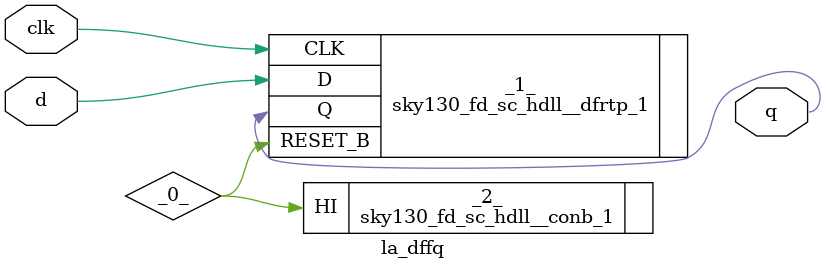
<source format=v>

/* Generated by Yosys 0.44 (git sha1 80ba43d26, g++ 11.4.0-1ubuntu1~22.04 -fPIC -O3) */

(* top =  1  *)
(* src = "inputs/la_dffq.v:10.1-20.10" *)
module la_dffq (
    d,
    clk,
    q
);
  wire _0_;
  (* src = "inputs/la_dffq.v:14.16-14.19" *)
  input clk;
  wire clk;
  (* src = "inputs/la_dffq.v:13.16-13.17" *)
  input d;
  wire d;
  (* src = "inputs/la_dffq.v:15.16-15.17" *)
  output q;
  wire q;
  (* src = "inputs/la_dffq.v:18.5-18.34" *)
  sky130_fd_sc_hdll__dfrtp_1 _1_ (
      .CLK(clk),
      .D(d),
      .Q(q),
      .RESET_B(_0_)
  );
  sky130_fd_sc_hdll__conb_1 _2_ (.HI(_0_));
endmodule

</source>
